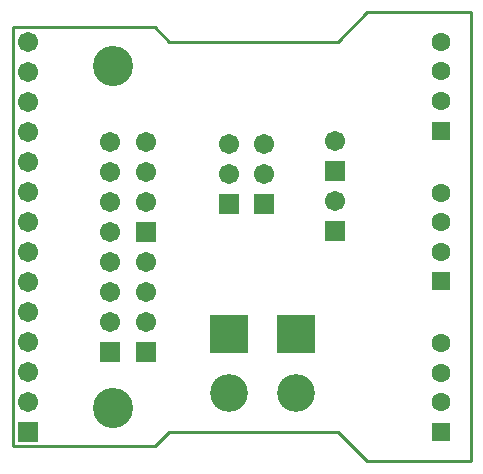
<source format=gbs>
G04*
G04 #@! TF.GenerationSoftware,Altium Limited,Altium Designer,24.0.1 (36)*
G04*
G04 Layer_Color=16711935*
%FSLAX25Y25*%
%MOIN*%
G70*
G04*
G04 #@! TF.SameCoordinates,1973DDD8-50FA-473A-AABA-CD6713E7F6C3*
G04*
G04*
G04 #@! TF.FilePolarity,Negative*
G04*
G01*
G75*
%ADD13C,0.00984*%
%ADD21C,0.12611*%
%ADD22R,0.12611X0.12611*%
%ADD23C,0.06312*%
%ADD24R,0.06312X0.06312*%
%ADD25C,0.06706*%
%ADD26R,0.06706X0.06706*%
%ADD27C,0.13398*%
D13*
X152559Y-4921D02*
Y144685D01*
X0Y0D02*
Y139764D01*
Y0D02*
X47244D01*
X52165Y4921D01*
X108268D01*
X118110Y-4921D01*
X152559D01*
X118110Y144685D02*
X152559D01*
X108268Y134843D02*
X118110Y144685D01*
X52165Y134843D02*
X108268D01*
X47244Y139764D02*
X52165Y134843D01*
X0Y139764D02*
X47244D01*
D21*
X94488Y17717D02*
D03*
X71850D02*
D03*
D22*
X94488Y37402D02*
D03*
X71850D02*
D03*
D23*
X142717Y125000D02*
D03*
Y115157D02*
D03*
Y134843D02*
D03*
Y74803D02*
D03*
Y64961D02*
D03*
Y84646D02*
D03*
Y24606D02*
D03*
Y14764D02*
D03*
Y34449D02*
D03*
D24*
Y105315D02*
D03*
Y55118D02*
D03*
Y4921D02*
D03*
D25*
X71850Y100709D02*
D03*
Y90709D02*
D03*
X44291Y81535D02*
D03*
Y91535D02*
D03*
Y101535D02*
D03*
X83661Y100709D02*
D03*
Y90709D02*
D03*
X107283Y101850D02*
D03*
Y81850D02*
D03*
X44291Y61496D02*
D03*
Y51496D02*
D03*
Y41496D02*
D03*
X32480Y41496D02*
D03*
Y51496D02*
D03*
Y61496D02*
D03*
Y71496D02*
D03*
Y81496D02*
D03*
Y91496D02*
D03*
Y101496D02*
D03*
X4921Y134921D02*
D03*
Y124921D02*
D03*
Y114921D02*
D03*
Y104921D02*
D03*
Y94921D02*
D03*
Y84921D02*
D03*
Y74921D02*
D03*
Y64921D02*
D03*
Y54921D02*
D03*
Y44921D02*
D03*
Y34921D02*
D03*
Y24921D02*
D03*
Y14921D02*
D03*
D26*
X71850Y80709D02*
D03*
X44291Y71535D02*
D03*
X83661Y80709D02*
D03*
X107283Y91850D02*
D03*
Y71850D02*
D03*
X44291Y31496D02*
D03*
X32480Y31496D02*
D03*
X4921Y4921D02*
D03*
D27*
X33465Y12795D02*
D03*
Y126969D02*
D03*
M02*

</source>
